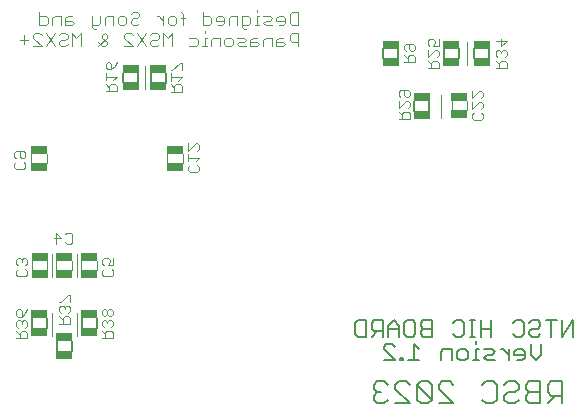
<source format=gbo>
G75*
%MOIN*%
%OFA0B0*%
%FSLAX25Y25*%
%IPPOS*%
%LPD*%
%AMOC8*
5,1,8,0,0,1.08239X$1,22.5*
%
%ADD10C,0.00600*%
%ADD11C,0.00500*%
%ADD12C,0.00400*%
%ADD13C,0.00394*%
%ADD14R,0.05709X0.02953*%
%ADD15C,0.00300*%
%ADD16R,0.05512X0.02559*%
D10*
X0027437Y0032850D02*
X0027437Y0036079D01*
X0032437Y0036079D02*
X0032437Y0032850D01*
X0035705Y0040528D02*
X0035705Y0043756D01*
X0040705Y0043756D02*
X0040705Y0040528D01*
X0024169Y0040528D02*
X0024169Y0043756D01*
X0019169Y0043756D02*
X0019169Y0040528D01*
X0049661Y0122457D02*
X0049661Y0125685D01*
X0054661Y0125685D02*
X0054661Y0122457D01*
X0058756Y0122378D02*
X0058756Y0125606D01*
X0063756Y0125606D02*
X0063756Y0122378D01*
X0136295Y0130488D02*
X0136295Y0133717D01*
X0141295Y0133717D02*
X0141295Y0130488D01*
X0156374Y0130488D02*
X0156374Y0133717D01*
X0161374Y0133717D02*
X0161374Y0130488D01*
X0166610Y0130488D02*
X0166610Y0133717D01*
X0171610Y0133717D02*
X0171610Y0130488D01*
X0151531Y0116197D02*
X0151531Y0112969D01*
X0146531Y0112969D02*
X0146531Y0116197D01*
X0148732Y0022753D02*
X0147519Y0021540D01*
X0152372Y0016687D01*
X0151159Y0015473D01*
X0148732Y0015473D01*
X0147519Y0016687D01*
X0147519Y0021540D01*
X0148732Y0022753D02*
X0151159Y0022753D01*
X0152372Y0021540D01*
X0152372Y0016687D01*
X0154769Y0015473D02*
X0159622Y0015473D01*
X0154769Y0020327D01*
X0154769Y0021540D01*
X0155982Y0022753D01*
X0158409Y0022753D01*
X0159622Y0021540D01*
X0169270Y0021540D02*
X0170483Y0022753D01*
X0172910Y0022753D01*
X0174123Y0021540D01*
X0174123Y0016687D01*
X0172910Y0015473D01*
X0170483Y0015473D01*
X0169270Y0016687D01*
X0176520Y0016687D02*
X0177733Y0015473D01*
X0180160Y0015473D01*
X0181373Y0016687D01*
X0183770Y0016687D02*
X0184983Y0015473D01*
X0188624Y0015473D01*
X0188624Y0022753D01*
X0184983Y0022753D01*
X0183770Y0021540D01*
X0183770Y0020327D01*
X0184983Y0019113D01*
X0188624Y0019113D01*
X0191020Y0019113D02*
X0191020Y0021540D01*
X0192234Y0022753D01*
X0195874Y0022753D01*
X0195874Y0015473D01*
X0195874Y0017900D02*
X0192234Y0017900D01*
X0191020Y0019113D01*
X0193447Y0017900D02*
X0191020Y0015473D01*
X0184983Y0019113D02*
X0183770Y0017900D01*
X0183770Y0016687D01*
X0180160Y0019113D02*
X0177733Y0019113D01*
X0176520Y0017900D01*
X0176520Y0016687D01*
X0180160Y0019113D02*
X0181373Y0020327D01*
X0181373Y0021540D01*
X0180160Y0022753D01*
X0177733Y0022753D01*
X0176520Y0021540D01*
X0145122Y0021540D02*
X0143909Y0022753D01*
X0141482Y0022753D01*
X0140268Y0021540D01*
X0140268Y0020327D01*
X0145122Y0015473D01*
X0140268Y0015473D01*
X0137872Y0016687D02*
X0136658Y0015473D01*
X0134232Y0015473D01*
X0133018Y0016687D01*
X0133018Y0017900D01*
X0134232Y0019113D01*
X0135445Y0019113D01*
X0134232Y0019113D02*
X0133018Y0020327D01*
X0133018Y0021540D01*
X0134232Y0022753D01*
X0136658Y0022753D01*
X0137872Y0021540D01*
D11*
X0136393Y0029793D02*
X0140000Y0029793D01*
X0136393Y0033400D01*
X0136393Y0034302D01*
X0137295Y0035203D01*
X0139098Y0035203D01*
X0140000Y0034302D01*
X0141473Y0037667D02*
X0141473Y0041274D01*
X0139669Y0043077D01*
X0137866Y0041274D01*
X0137866Y0037667D01*
X0136035Y0037667D02*
X0136035Y0043077D01*
X0133330Y0043077D01*
X0132428Y0042176D01*
X0132428Y0040372D01*
X0133330Y0039471D01*
X0136035Y0039471D01*
X0134232Y0039471D02*
X0132428Y0037667D01*
X0130597Y0037667D02*
X0127892Y0037667D01*
X0126991Y0038569D01*
X0126991Y0042176D01*
X0127892Y0043077D01*
X0130597Y0043077D01*
X0130597Y0037667D01*
X0137866Y0040372D02*
X0141473Y0040372D01*
X0143304Y0038569D02*
X0143304Y0042176D01*
X0144205Y0043077D01*
X0146009Y0043077D01*
X0146910Y0042176D01*
X0146910Y0038569D01*
X0146009Y0037667D01*
X0144205Y0037667D01*
X0143304Y0038569D01*
X0146353Y0035203D02*
X0146353Y0029793D01*
X0148156Y0029793D02*
X0144549Y0029793D01*
X0142718Y0029793D02*
X0142718Y0030695D01*
X0141817Y0030695D01*
X0141817Y0029793D01*
X0142718Y0029793D01*
X0146353Y0035203D02*
X0148156Y0033400D01*
X0149643Y0037667D02*
X0152348Y0037667D01*
X0152348Y0043077D01*
X0149643Y0043077D01*
X0148741Y0042176D01*
X0148741Y0041274D01*
X0149643Y0040372D01*
X0152348Y0040372D01*
X0149643Y0040372D02*
X0148741Y0039471D01*
X0148741Y0038569D01*
X0149643Y0037667D01*
X0155425Y0032498D02*
X0155425Y0029793D01*
X0155425Y0032498D02*
X0156327Y0033400D01*
X0159032Y0033400D01*
X0159032Y0029793D01*
X0160863Y0030695D02*
X0160863Y0032498D01*
X0161764Y0033400D01*
X0163568Y0033400D01*
X0164469Y0032498D01*
X0164469Y0030695D01*
X0163568Y0029793D01*
X0161764Y0029793D01*
X0160863Y0030695D01*
X0166291Y0029793D02*
X0168094Y0029793D01*
X0167193Y0029793D02*
X0167193Y0033400D01*
X0168094Y0033400D01*
X0169925Y0033400D02*
X0172630Y0033400D01*
X0173532Y0032498D01*
X0172630Y0031597D01*
X0170827Y0031597D01*
X0169925Y0030695D01*
X0170827Y0029793D01*
X0173532Y0029793D01*
X0176260Y0033400D02*
X0178064Y0031597D01*
X0178064Y0033400D02*
X0178064Y0029793D01*
X0179895Y0031597D02*
X0183501Y0031597D01*
X0183501Y0032498D02*
X0183501Y0030695D01*
X0182600Y0029793D01*
X0180796Y0029793D01*
X0179895Y0031597D02*
X0179895Y0032498D01*
X0180796Y0033400D01*
X0182600Y0033400D01*
X0183501Y0032498D01*
X0185332Y0031597D02*
X0185332Y0035203D01*
X0185894Y0037667D02*
X0187698Y0037667D01*
X0188600Y0038569D01*
X0187698Y0040372D02*
X0185894Y0040372D01*
X0184993Y0039471D01*
X0184993Y0038569D01*
X0185894Y0037667D01*
X0188939Y0035203D02*
X0188939Y0031597D01*
X0187136Y0029793D01*
X0185332Y0031597D01*
X0182260Y0037667D02*
X0180457Y0037667D01*
X0179555Y0038569D01*
X0182260Y0037667D02*
X0183162Y0038569D01*
X0183162Y0042176D01*
X0182260Y0043077D01*
X0180457Y0043077D01*
X0179555Y0042176D01*
X0184993Y0042176D02*
X0185894Y0043077D01*
X0187698Y0043077D01*
X0188600Y0042176D01*
X0188600Y0041274D01*
X0187698Y0040372D01*
X0190430Y0043077D02*
X0194037Y0043077D01*
X0192234Y0043077D02*
X0192234Y0037667D01*
X0195868Y0037667D02*
X0195868Y0043077D01*
X0199475Y0043077D02*
X0195868Y0037667D01*
X0199475Y0037667D02*
X0199475Y0043077D01*
X0176260Y0033400D02*
X0175359Y0033400D01*
X0172286Y0037667D02*
X0172286Y0043077D01*
X0172286Y0040372D02*
X0168680Y0040372D01*
X0168680Y0043077D02*
X0168680Y0037667D01*
X0166849Y0037667D02*
X0165045Y0037667D01*
X0165947Y0037667D02*
X0165947Y0043077D01*
X0166849Y0043077D02*
X0165045Y0043077D01*
X0163224Y0042176D02*
X0163224Y0038569D01*
X0162322Y0037667D01*
X0160518Y0037667D01*
X0159617Y0038569D01*
X0159617Y0042176D02*
X0160518Y0043077D01*
X0162322Y0043077D01*
X0163224Y0042176D01*
X0167193Y0036105D02*
X0167193Y0035203D01*
D12*
X0069524Y0095602D02*
X0069524Y0098602D01*
X0064327Y0098602D02*
X0064327Y0095701D01*
X0024031Y0095504D02*
X0024031Y0098504D01*
X0018835Y0098504D02*
X0018835Y0095602D01*
X0019071Y0062736D02*
X0019071Y0059835D01*
X0024268Y0059736D02*
X0024268Y0062736D01*
X0027299Y0062736D02*
X0027299Y0059835D01*
X0032496Y0059736D02*
X0032496Y0062736D01*
X0035567Y0062736D02*
X0035567Y0059835D01*
X0040764Y0059736D02*
X0040764Y0062736D01*
X0041199Y0134468D02*
X0044084Y0137353D01*
X0044084Y0138074D01*
X0043363Y0138796D01*
X0042641Y0138074D01*
X0042641Y0137353D01*
X0044084Y0135910D01*
X0044084Y0135189D01*
X0043363Y0134468D01*
X0042641Y0134468D01*
X0041199Y0135910D01*
X0040466Y0140112D02*
X0039745Y0140112D01*
X0039024Y0140833D01*
X0039024Y0144440D01*
X0041909Y0144440D02*
X0041909Y0142276D01*
X0041188Y0141554D01*
X0039024Y0141554D01*
X0043374Y0141554D02*
X0043374Y0143718D01*
X0044095Y0144440D01*
X0046259Y0144440D01*
X0046259Y0141554D01*
X0047724Y0142276D02*
X0047724Y0143718D01*
X0048445Y0144440D01*
X0049888Y0144440D01*
X0050609Y0143718D01*
X0050609Y0142276D01*
X0049888Y0141554D01*
X0048445Y0141554D01*
X0047724Y0142276D01*
X0052074Y0142276D02*
X0052795Y0141554D01*
X0054238Y0141554D01*
X0054960Y0142276D01*
X0054238Y0143718D02*
X0052795Y0143718D01*
X0052074Y0142997D01*
X0052074Y0142276D01*
X0054238Y0143718D02*
X0054960Y0144440D01*
X0054960Y0145161D01*
X0054238Y0145882D01*
X0052795Y0145882D01*
X0052074Y0145161D01*
X0052063Y0138796D02*
X0052784Y0138074D01*
X0052063Y0138796D02*
X0050620Y0138796D01*
X0049899Y0138074D01*
X0049899Y0137353D01*
X0052784Y0134468D01*
X0049899Y0134468D01*
X0054249Y0134468D02*
X0057135Y0138796D01*
X0058599Y0138074D02*
X0059321Y0138796D01*
X0060763Y0138796D01*
X0061485Y0138074D01*
X0061485Y0137353D01*
X0060763Y0136632D01*
X0059321Y0136632D01*
X0058599Y0135910D01*
X0058599Y0135189D01*
X0059321Y0134468D01*
X0060763Y0134468D01*
X0061485Y0135189D01*
X0062950Y0134468D02*
X0062950Y0138796D01*
X0064392Y0137353D01*
X0065835Y0138796D01*
X0065835Y0134468D01*
X0071650Y0134468D02*
X0073814Y0134468D01*
X0074535Y0135189D01*
X0074535Y0136632D01*
X0073814Y0137353D01*
X0071650Y0137353D01*
X0076714Y0137353D02*
X0076714Y0134468D01*
X0077435Y0134468D02*
X0075993Y0134468D01*
X0078900Y0134468D02*
X0078900Y0136632D01*
X0079622Y0137353D01*
X0081786Y0137353D01*
X0081786Y0134468D01*
X0083250Y0135189D02*
X0083250Y0136632D01*
X0083972Y0137353D01*
X0085414Y0137353D01*
X0086136Y0136632D01*
X0086136Y0135189D01*
X0085414Y0134468D01*
X0083972Y0134468D01*
X0083250Y0135189D01*
X0077435Y0137353D02*
X0076714Y0137353D01*
X0076714Y0138796D02*
X0076714Y0139517D01*
X0076000Y0141554D02*
X0078164Y0141554D01*
X0078885Y0142276D01*
X0078885Y0143718D01*
X0078164Y0144440D01*
X0076000Y0144440D01*
X0076000Y0145882D02*
X0076000Y0141554D01*
X0080350Y0142997D02*
X0083236Y0142997D01*
X0083236Y0142276D02*
X0083236Y0143718D01*
X0082514Y0144440D01*
X0081072Y0144440D01*
X0080350Y0143718D01*
X0080350Y0142997D01*
X0081072Y0141554D02*
X0082514Y0141554D01*
X0083236Y0142276D01*
X0084700Y0141554D02*
X0084700Y0143718D01*
X0085422Y0144440D01*
X0087586Y0144440D01*
X0087586Y0141554D01*
X0089051Y0141554D02*
X0091215Y0141554D01*
X0091936Y0142276D01*
X0091936Y0143718D01*
X0091215Y0144440D01*
X0089051Y0144440D01*
X0089051Y0140833D01*
X0089772Y0140112D01*
X0090493Y0140112D01*
X0093393Y0141554D02*
X0094836Y0141554D01*
X0094115Y0141554D02*
X0094115Y0144440D01*
X0094836Y0144440D01*
X0096301Y0144440D02*
X0098465Y0144440D01*
X0099186Y0143718D01*
X0098465Y0142997D01*
X0097022Y0142997D01*
X0096301Y0142276D01*
X0097022Y0141554D01*
X0099186Y0141554D01*
X0100651Y0142997D02*
X0103536Y0142997D01*
X0103536Y0142276D02*
X0103536Y0143718D01*
X0102815Y0144440D01*
X0101372Y0144440D01*
X0100651Y0143718D01*
X0100651Y0142997D01*
X0101372Y0141554D02*
X0102815Y0141554D01*
X0103536Y0142276D01*
X0105001Y0142276D02*
X0105001Y0145161D01*
X0105723Y0145882D01*
X0107887Y0145882D01*
X0107887Y0141554D01*
X0105723Y0141554D01*
X0105001Y0142276D01*
X0105723Y0138796D02*
X0105001Y0138074D01*
X0105001Y0136632D01*
X0105723Y0135910D01*
X0107887Y0135910D01*
X0107887Y0134468D02*
X0107887Y0138796D01*
X0105723Y0138796D01*
X0102815Y0137353D02*
X0101372Y0137353D01*
X0100651Y0136632D01*
X0100651Y0134468D01*
X0102815Y0134468D01*
X0103536Y0135189D01*
X0102815Y0135910D01*
X0100651Y0135910D01*
X0099186Y0134468D02*
X0099186Y0137353D01*
X0097022Y0137353D01*
X0096301Y0136632D01*
X0096301Y0134468D01*
X0094836Y0135189D02*
X0094115Y0135910D01*
X0091951Y0135910D01*
X0091951Y0136632D02*
X0091951Y0134468D01*
X0094115Y0134468D01*
X0094836Y0135189D01*
X0094115Y0137353D02*
X0092672Y0137353D01*
X0091951Y0136632D01*
X0090486Y0136632D02*
X0089765Y0135910D01*
X0088322Y0135910D01*
X0087601Y0135189D01*
X0088322Y0134468D01*
X0090486Y0134468D01*
X0090486Y0136632D02*
X0089765Y0137353D01*
X0087601Y0137353D01*
X0094115Y0145882D02*
X0094115Y0146604D01*
X0070185Y0143718D02*
X0068742Y0143718D01*
X0067285Y0143718D02*
X0067285Y0142276D01*
X0066564Y0141554D01*
X0065121Y0141554D01*
X0064400Y0142276D01*
X0064400Y0143718D01*
X0065121Y0144440D01*
X0066564Y0144440D01*
X0067285Y0143718D01*
X0068742Y0145882D02*
X0069464Y0145161D01*
X0069464Y0141554D01*
X0062935Y0141554D02*
X0062935Y0144440D01*
X0062935Y0142997D02*
X0061492Y0144440D01*
X0060771Y0144440D01*
X0054249Y0138796D02*
X0057135Y0134468D01*
X0035384Y0134468D02*
X0035384Y0138796D01*
X0033941Y0137353D01*
X0032498Y0138796D01*
X0032498Y0134468D01*
X0031034Y0135189D02*
X0030312Y0134468D01*
X0028870Y0134468D01*
X0028148Y0135189D01*
X0028148Y0135910D01*
X0028870Y0136632D01*
X0030312Y0136632D01*
X0031034Y0137353D01*
X0031034Y0138074D01*
X0030312Y0138796D01*
X0028870Y0138796D01*
X0028148Y0138074D01*
X0026683Y0138796D02*
X0023798Y0134468D01*
X0022333Y0134468D02*
X0019448Y0137353D01*
X0019448Y0138074D01*
X0020169Y0138796D01*
X0021612Y0138796D01*
X0022333Y0138074D01*
X0023798Y0138796D02*
X0026683Y0134468D01*
X0022333Y0134468D02*
X0019448Y0134468D01*
X0017983Y0136632D02*
X0015098Y0136632D01*
X0016540Y0138074D02*
X0016540Y0135189D01*
X0021623Y0141554D02*
X0023787Y0141554D01*
X0024508Y0142276D01*
X0024508Y0143718D01*
X0023787Y0144440D01*
X0021623Y0144440D01*
X0021623Y0145882D02*
X0021623Y0141554D01*
X0025973Y0141554D02*
X0025973Y0143718D01*
X0026694Y0144440D01*
X0028859Y0144440D01*
X0028859Y0141554D01*
X0030323Y0141554D02*
X0030323Y0143718D01*
X0031045Y0144440D01*
X0032487Y0144440D01*
X0032487Y0142997D02*
X0030323Y0142997D01*
X0030323Y0141554D02*
X0032487Y0141554D01*
X0033209Y0142276D01*
X0032487Y0142997D01*
X0159031Y0116083D02*
X0159031Y0113181D01*
X0164228Y0113083D02*
X0164228Y0116083D01*
D13*
X0155528Y0118323D02*
X0155528Y0110646D01*
X0164189Y0128362D02*
X0164189Y0136039D01*
X0056709Y0127969D02*
X0056709Y0120291D01*
X0034071Y0065173D02*
X0034071Y0057496D01*
X0025803Y0057496D02*
X0025803Y0065173D01*
X0025803Y0045685D02*
X0025803Y0038008D01*
X0034071Y0038008D02*
X0034071Y0045685D01*
D14*
X0038170Y0058413D03*
X0038170Y0064113D03*
X0029902Y0064113D03*
X0029902Y0058413D03*
X0021674Y0058413D03*
X0021674Y0064113D03*
X0021438Y0094181D03*
X0021438Y0099881D03*
X0066930Y0099979D03*
X0066930Y0094279D03*
X0161634Y0111759D03*
X0161634Y0117459D03*
D15*
X0165796Y0117180D02*
X0168222Y0119607D01*
X0168829Y0119607D01*
X0169436Y0119000D01*
X0169436Y0117786D01*
X0168829Y0117180D01*
X0168829Y0115981D02*
X0169436Y0115375D01*
X0169436Y0114161D01*
X0168829Y0113555D01*
X0168829Y0112356D02*
X0169436Y0111750D01*
X0169436Y0110536D01*
X0168829Y0109930D01*
X0166402Y0109930D01*
X0165796Y0110536D01*
X0165796Y0111750D01*
X0166402Y0112356D01*
X0165796Y0113555D02*
X0168222Y0115981D01*
X0168829Y0115981D01*
X0165796Y0115981D02*
X0165796Y0113555D01*
X0165796Y0117180D02*
X0165796Y0119607D01*
X0173709Y0127223D02*
X0177349Y0127223D01*
X0177349Y0129043D01*
X0176742Y0129650D01*
X0175529Y0129650D01*
X0174922Y0129043D01*
X0174922Y0127223D01*
X0174922Y0128437D02*
X0173709Y0129650D01*
X0174316Y0130849D02*
X0173709Y0131455D01*
X0173709Y0132669D01*
X0174316Y0133275D01*
X0174922Y0133275D01*
X0175529Y0132669D01*
X0175529Y0132062D01*
X0175529Y0132669D02*
X0176136Y0133275D01*
X0176742Y0133275D01*
X0177349Y0132669D01*
X0177349Y0131455D01*
X0176742Y0130849D01*
X0175529Y0134474D02*
X0175529Y0136900D01*
X0173709Y0136294D02*
X0177349Y0136294D01*
X0175529Y0134474D01*
X0154672Y0134444D02*
X0152852Y0134444D01*
X0153459Y0135657D01*
X0153459Y0136264D01*
X0152852Y0136870D01*
X0151639Y0136870D01*
X0151032Y0136264D01*
X0151032Y0135050D01*
X0151639Y0134444D01*
X0151032Y0133245D02*
X0151032Y0130818D01*
X0153459Y0133245D01*
X0154065Y0133245D01*
X0154672Y0132638D01*
X0154672Y0131425D01*
X0154065Y0130818D01*
X0154065Y0129620D02*
X0152852Y0129620D01*
X0152245Y0129013D01*
X0152245Y0127193D01*
X0151032Y0127193D02*
X0154672Y0127193D01*
X0154672Y0129013D01*
X0154065Y0129620D01*
X0152245Y0128407D02*
X0151032Y0129620D01*
X0146798Y0129162D02*
X0146798Y0130982D01*
X0146191Y0131589D01*
X0144978Y0131589D01*
X0144371Y0130982D01*
X0144371Y0129162D01*
X0143158Y0129162D02*
X0146798Y0129162D01*
X0144371Y0130375D02*
X0143158Y0131589D01*
X0143765Y0132787D02*
X0143158Y0133394D01*
X0143158Y0134607D01*
X0143765Y0135214D01*
X0146191Y0135214D01*
X0146798Y0134607D01*
X0146798Y0133394D01*
X0146191Y0132787D01*
X0145585Y0132787D01*
X0144978Y0133394D01*
X0144978Y0135214D01*
X0154672Y0134444D02*
X0154672Y0136870D01*
X0144420Y0119941D02*
X0141993Y0119941D01*
X0141386Y0119334D01*
X0141386Y0118121D01*
X0141993Y0117514D01*
X0141386Y0116316D02*
X0141386Y0113889D01*
X0143813Y0116316D01*
X0144420Y0116316D01*
X0145026Y0115709D01*
X0145026Y0114496D01*
X0144420Y0113889D01*
X0144420Y0112691D02*
X0143206Y0112691D01*
X0142600Y0112084D01*
X0142600Y0110264D01*
X0142600Y0111478D02*
X0141386Y0112691D01*
X0141386Y0110264D02*
X0145026Y0110264D01*
X0145026Y0112084D01*
X0144420Y0112691D01*
X0144420Y0117514D02*
X0143813Y0117514D01*
X0143206Y0118121D01*
X0143206Y0119941D01*
X0144420Y0119941D02*
X0145026Y0119334D01*
X0145026Y0118121D01*
X0144420Y0117514D01*
X0074928Y0101520D02*
X0074928Y0100306D01*
X0074321Y0099699D01*
X0074928Y0097288D02*
X0071288Y0097288D01*
X0071288Y0098501D02*
X0071288Y0096074D01*
X0071894Y0094876D02*
X0071288Y0094269D01*
X0071288Y0093056D01*
X0071894Y0092449D01*
X0074321Y0092449D01*
X0074928Y0093056D01*
X0074928Y0094269D01*
X0074321Y0094876D01*
X0073715Y0096074D02*
X0074928Y0097288D01*
X0071288Y0099699D02*
X0073715Y0102126D01*
X0074321Y0102126D01*
X0074928Y0101520D01*
X0071288Y0102126D02*
X0071288Y0099699D01*
X0069022Y0119359D02*
X0065382Y0119359D01*
X0066596Y0119359D02*
X0066596Y0121179D01*
X0067202Y0121785D01*
X0068416Y0121785D01*
X0069022Y0121179D01*
X0069022Y0119359D01*
X0066596Y0120572D02*
X0065382Y0121785D01*
X0065382Y0122984D02*
X0065382Y0125411D01*
X0065382Y0126609D02*
X0065989Y0126609D01*
X0068416Y0129036D01*
X0069022Y0129036D01*
X0069022Y0126609D01*
X0069022Y0124197D02*
X0065382Y0124197D01*
X0067809Y0122984D02*
X0069022Y0124197D01*
X0047408Y0124315D02*
X0046195Y0123102D01*
X0046802Y0121904D02*
X0045588Y0121904D01*
X0044981Y0121297D01*
X0044981Y0119477D01*
X0043768Y0119477D02*
X0047408Y0119477D01*
X0047408Y0121297D01*
X0046802Y0121904D01*
X0044981Y0120690D02*
X0043768Y0121904D01*
X0043768Y0123102D02*
X0043768Y0125529D01*
X0043768Y0124315D02*
X0047408Y0124315D01*
X0045588Y0126727D02*
X0045588Y0128547D01*
X0044981Y0129154D01*
X0044375Y0129154D01*
X0043768Y0128547D01*
X0043768Y0127334D01*
X0044375Y0126727D01*
X0045588Y0126727D01*
X0046802Y0127940D01*
X0047408Y0129154D01*
X0016955Y0098892D02*
X0016349Y0099499D01*
X0013922Y0099499D01*
X0013315Y0098892D01*
X0013315Y0097679D01*
X0013922Y0097072D01*
X0013922Y0095874D02*
X0013315Y0095267D01*
X0013315Y0094054D01*
X0013922Y0093447D01*
X0016349Y0093447D01*
X0016955Y0094054D01*
X0016955Y0095267D01*
X0016349Y0095874D01*
X0016349Y0097072D02*
X0015742Y0097072D01*
X0015135Y0097679D01*
X0015135Y0099499D01*
X0016955Y0098892D02*
X0016955Y0097679D01*
X0016349Y0097072D01*
X0027176Y0072349D02*
X0028997Y0070529D01*
X0026570Y0070529D01*
X0027176Y0068709D02*
X0027176Y0072349D01*
X0030195Y0071742D02*
X0030802Y0072349D01*
X0032015Y0072349D01*
X0032622Y0071742D01*
X0032622Y0069316D01*
X0032015Y0068709D01*
X0030802Y0068709D01*
X0030195Y0069316D01*
X0042646Y0063203D02*
X0042646Y0061990D01*
X0043253Y0061383D01*
X0043253Y0060185D02*
X0042646Y0059578D01*
X0042646Y0058365D01*
X0043253Y0057758D01*
X0045679Y0057758D01*
X0046286Y0058365D01*
X0046286Y0059578D01*
X0045679Y0060185D01*
X0046286Y0061383D02*
X0044466Y0061383D01*
X0045073Y0062596D01*
X0045073Y0063203D01*
X0044466Y0063810D01*
X0043253Y0063810D01*
X0042646Y0063203D01*
X0046286Y0063810D02*
X0046286Y0061383D01*
X0031837Y0051634D02*
X0031837Y0049207D01*
X0031231Y0048009D02*
X0030624Y0048009D01*
X0030017Y0047402D01*
X0029411Y0048009D01*
X0028804Y0048009D01*
X0028197Y0047402D01*
X0028197Y0046189D01*
X0028804Y0045582D01*
X0028197Y0044384D02*
X0029411Y0043170D01*
X0029411Y0043777D02*
X0029411Y0041957D01*
X0028197Y0041957D02*
X0031837Y0041957D01*
X0031837Y0043777D01*
X0031231Y0044384D01*
X0030017Y0044384D01*
X0029411Y0043777D01*
X0031231Y0045582D02*
X0031837Y0046189D01*
X0031837Y0047402D01*
X0031231Y0048009D01*
X0030017Y0047402D02*
X0030017Y0046796D01*
X0028804Y0049207D02*
X0028197Y0049207D01*
X0028804Y0049207D02*
X0031231Y0051634D01*
X0031837Y0051634D01*
X0042410Y0046333D02*
X0042410Y0045120D01*
X0043017Y0044513D01*
X0043623Y0044513D01*
X0044230Y0045120D01*
X0044230Y0046333D01*
X0043623Y0046940D01*
X0043017Y0046940D01*
X0042410Y0046333D01*
X0044230Y0046333D02*
X0044837Y0046940D01*
X0045443Y0046940D01*
X0046050Y0046333D01*
X0046050Y0045120D01*
X0045443Y0044513D01*
X0044837Y0044513D01*
X0044230Y0045120D01*
X0044837Y0043315D02*
X0044230Y0042708D01*
X0043623Y0043315D01*
X0043017Y0043315D01*
X0042410Y0042708D01*
X0042410Y0041495D01*
X0043017Y0040888D01*
X0042410Y0039689D02*
X0043623Y0038476D01*
X0043623Y0039083D02*
X0043623Y0037263D01*
X0042410Y0037263D02*
X0046050Y0037263D01*
X0046050Y0039083D01*
X0045443Y0039689D01*
X0044230Y0039689D01*
X0043623Y0039083D01*
X0045443Y0040888D02*
X0046050Y0041495D01*
X0046050Y0042708D01*
X0045443Y0043315D01*
X0044837Y0043315D01*
X0044230Y0042708D02*
X0044230Y0042101D01*
X0017507Y0042511D02*
X0016900Y0043118D01*
X0016293Y0043118D01*
X0015687Y0042511D01*
X0015080Y0043118D01*
X0014473Y0043118D01*
X0013867Y0042511D01*
X0013867Y0041298D01*
X0014473Y0040691D01*
X0013867Y0039493D02*
X0015080Y0038279D01*
X0015080Y0038886D02*
X0015080Y0037066D01*
X0013867Y0037066D02*
X0017507Y0037066D01*
X0017507Y0038886D01*
X0016900Y0039493D01*
X0015687Y0039493D01*
X0015080Y0038886D01*
X0016900Y0040691D02*
X0017507Y0041298D01*
X0017507Y0042511D01*
X0015687Y0042511D02*
X0015687Y0041904D01*
X0015687Y0044316D02*
X0014473Y0044316D01*
X0013867Y0044923D01*
X0013867Y0046136D01*
X0014473Y0046743D01*
X0015080Y0046743D01*
X0015687Y0046136D01*
X0015687Y0044316D01*
X0016900Y0045530D01*
X0017507Y0046743D01*
X0016900Y0057758D02*
X0014473Y0057758D01*
X0013867Y0058365D01*
X0013867Y0059578D01*
X0014473Y0060185D01*
X0014473Y0061383D02*
X0013867Y0061990D01*
X0013867Y0063203D01*
X0014473Y0063810D01*
X0015080Y0063810D01*
X0015687Y0063203D01*
X0015687Y0062596D01*
X0015687Y0063203D02*
X0016293Y0063810D01*
X0016900Y0063810D01*
X0017507Y0063203D01*
X0017507Y0061990D01*
X0016900Y0061383D01*
X0016900Y0060185D02*
X0017507Y0059578D01*
X0017507Y0058365D01*
X0016900Y0057758D01*
D16*
X0029931Y0031585D03*
X0029931Y0037385D03*
X0021663Y0039262D03*
X0021663Y0045062D03*
X0038199Y0045062D03*
X0038199Y0039262D03*
X0052156Y0121191D03*
X0052156Y0126991D03*
X0061250Y0126913D03*
X0061250Y0121113D03*
X0138801Y0129182D03*
X0138801Y0134982D03*
X0158880Y0134982D03*
X0158880Y0129182D03*
X0169104Y0129223D03*
X0169104Y0135023D03*
X0149026Y0117503D03*
X0149026Y0111703D03*
M02*

</source>
